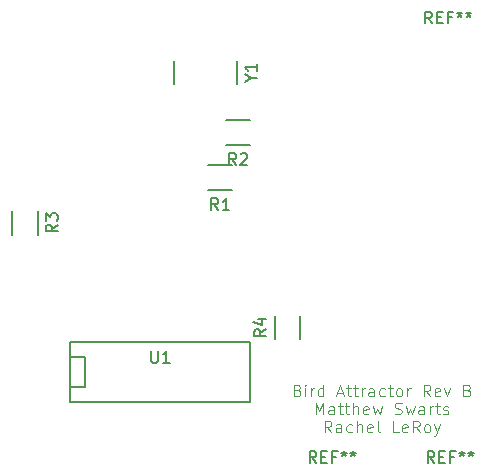
<source format=gbr>
G04 #@! TF.FileFunction,Legend,Top*
%FSLAX46Y46*%
G04 Gerber Fmt 4.6, Leading zero omitted, Abs format (unit mm)*
G04 Created by KiCad (PCBNEW 4.0.1-stable) date 4/16/2016 5:47:09 AM*
%MOMM*%
G01*
G04 APERTURE LIST*
%ADD10C,0.100000*%
%ADD11C,0.125000*%
%ADD12C,0.150000*%
G04 APERTURE END LIST*
D10*
D11*
X170380951Y-120853571D02*
X170523808Y-120901190D01*
X170571427Y-120948810D01*
X170619046Y-121044048D01*
X170619046Y-121186905D01*
X170571427Y-121282143D01*
X170523808Y-121329762D01*
X170428570Y-121377381D01*
X170047617Y-121377381D01*
X170047617Y-120377381D01*
X170380951Y-120377381D01*
X170476189Y-120425000D01*
X170523808Y-120472619D01*
X170571427Y-120567857D01*
X170571427Y-120663095D01*
X170523808Y-120758333D01*
X170476189Y-120805952D01*
X170380951Y-120853571D01*
X170047617Y-120853571D01*
X171047617Y-121377381D02*
X171047617Y-120710714D01*
X171047617Y-120377381D02*
X170999998Y-120425000D01*
X171047617Y-120472619D01*
X171095236Y-120425000D01*
X171047617Y-120377381D01*
X171047617Y-120472619D01*
X171523807Y-121377381D02*
X171523807Y-120710714D01*
X171523807Y-120901190D02*
X171571426Y-120805952D01*
X171619045Y-120758333D01*
X171714283Y-120710714D01*
X171809522Y-120710714D01*
X172571427Y-121377381D02*
X172571427Y-120377381D01*
X172571427Y-121329762D02*
X172476189Y-121377381D01*
X172285712Y-121377381D01*
X172190474Y-121329762D01*
X172142855Y-121282143D01*
X172095236Y-121186905D01*
X172095236Y-120901190D01*
X172142855Y-120805952D01*
X172190474Y-120758333D01*
X172285712Y-120710714D01*
X172476189Y-120710714D01*
X172571427Y-120758333D01*
X173761903Y-121091667D02*
X174238094Y-121091667D01*
X173666665Y-121377381D02*
X173999998Y-120377381D01*
X174333332Y-121377381D01*
X174523808Y-120710714D02*
X174904760Y-120710714D01*
X174666665Y-120377381D02*
X174666665Y-121234524D01*
X174714284Y-121329762D01*
X174809522Y-121377381D01*
X174904760Y-121377381D01*
X175095237Y-120710714D02*
X175476189Y-120710714D01*
X175238094Y-120377381D02*
X175238094Y-121234524D01*
X175285713Y-121329762D01*
X175380951Y-121377381D01*
X175476189Y-121377381D01*
X175809523Y-121377381D02*
X175809523Y-120710714D01*
X175809523Y-120901190D02*
X175857142Y-120805952D01*
X175904761Y-120758333D01*
X175999999Y-120710714D01*
X176095238Y-120710714D01*
X176857143Y-121377381D02*
X176857143Y-120853571D01*
X176809524Y-120758333D01*
X176714286Y-120710714D01*
X176523809Y-120710714D01*
X176428571Y-120758333D01*
X176857143Y-121329762D02*
X176761905Y-121377381D01*
X176523809Y-121377381D01*
X176428571Y-121329762D01*
X176380952Y-121234524D01*
X176380952Y-121139286D01*
X176428571Y-121044048D01*
X176523809Y-120996429D01*
X176761905Y-120996429D01*
X176857143Y-120948810D01*
X177761905Y-121329762D02*
X177666667Y-121377381D01*
X177476190Y-121377381D01*
X177380952Y-121329762D01*
X177333333Y-121282143D01*
X177285714Y-121186905D01*
X177285714Y-120901190D01*
X177333333Y-120805952D01*
X177380952Y-120758333D01*
X177476190Y-120710714D01*
X177666667Y-120710714D01*
X177761905Y-120758333D01*
X178047619Y-120710714D02*
X178428571Y-120710714D01*
X178190476Y-120377381D02*
X178190476Y-121234524D01*
X178238095Y-121329762D01*
X178333333Y-121377381D01*
X178428571Y-121377381D01*
X178904762Y-121377381D02*
X178809524Y-121329762D01*
X178761905Y-121282143D01*
X178714286Y-121186905D01*
X178714286Y-120901190D01*
X178761905Y-120805952D01*
X178809524Y-120758333D01*
X178904762Y-120710714D01*
X179047620Y-120710714D01*
X179142858Y-120758333D01*
X179190477Y-120805952D01*
X179238096Y-120901190D01*
X179238096Y-121186905D01*
X179190477Y-121282143D01*
X179142858Y-121329762D01*
X179047620Y-121377381D01*
X178904762Y-121377381D01*
X179666667Y-121377381D02*
X179666667Y-120710714D01*
X179666667Y-120901190D02*
X179714286Y-120805952D01*
X179761905Y-120758333D01*
X179857143Y-120710714D01*
X179952382Y-120710714D01*
X181619049Y-121377381D02*
X181285715Y-120901190D01*
X181047620Y-121377381D02*
X181047620Y-120377381D01*
X181428573Y-120377381D01*
X181523811Y-120425000D01*
X181571430Y-120472619D01*
X181619049Y-120567857D01*
X181619049Y-120710714D01*
X181571430Y-120805952D01*
X181523811Y-120853571D01*
X181428573Y-120901190D01*
X181047620Y-120901190D01*
X182428573Y-121329762D02*
X182333335Y-121377381D01*
X182142858Y-121377381D01*
X182047620Y-121329762D01*
X182000001Y-121234524D01*
X182000001Y-120853571D01*
X182047620Y-120758333D01*
X182142858Y-120710714D01*
X182333335Y-120710714D01*
X182428573Y-120758333D01*
X182476192Y-120853571D01*
X182476192Y-120948810D01*
X182000001Y-121044048D01*
X182809525Y-120710714D02*
X183047620Y-121377381D01*
X183285716Y-120710714D01*
X184761907Y-120853571D02*
X184904764Y-120901190D01*
X184952383Y-120948810D01*
X185000002Y-121044048D01*
X185000002Y-121186905D01*
X184952383Y-121282143D01*
X184904764Y-121329762D01*
X184809526Y-121377381D01*
X184428573Y-121377381D01*
X184428573Y-120377381D01*
X184761907Y-120377381D01*
X184857145Y-120425000D01*
X184904764Y-120472619D01*
X184952383Y-120567857D01*
X184952383Y-120663095D01*
X184904764Y-120758333D01*
X184857145Y-120805952D01*
X184761907Y-120853571D01*
X184428573Y-120853571D01*
X171904761Y-122902381D02*
X171904761Y-121902381D01*
X172238095Y-122616667D01*
X172571428Y-121902381D01*
X172571428Y-122902381D01*
X173476190Y-122902381D02*
X173476190Y-122378571D01*
X173428571Y-122283333D01*
X173333333Y-122235714D01*
X173142856Y-122235714D01*
X173047618Y-122283333D01*
X173476190Y-122854762D02*
X173380952Y-122902381D01*
X173142856Y-122902381D01*
X173047618Y-122854762D01*
X172999999Y-122759524D01*
X172999999Y-122664286D01*
X173047618Y-122569048D01*
X173142856Y-122521429D01*
X173380952Y-122521429D01*
X173476190Y-122473810D01*
X173809523Y-122235714D02*
X174190475Y-122235714D01*
X173952380Y-121902381D02*
X173952380Y-122759524D01*
X173999999Y-122854762D01*
X174095237Y-122902381D01*
X174190475Y-122902381D01*
X174380952Y-122235714D02*
X174761904Y-122235714D01*
X174523809Y-121902381D02*
X174523809Y-122759524D01*
X174571428Y-122854762D01*
X174666666Y-122902381D01*
X174761904Y-122902381D01*
X175095238Y-122902381D02*
X175095238Y-121902381D01*
X175523810Y-122902381D02*
X175523810Y-122378571D01*
X175476191Y-122283333D01*
X175380953Y-122235714D01*
X175238095Y-122235714D01*
X175142857Y-122283333D01*
X175095238Y-122330952D01*
X176380953Y-122854762D02*
X176285715Y-122902381D01*
X176095238Y-122902381D01*
X176000000Y-122854762D01*
X175952381Y-122759524D01*
X175952381Y-122378571D01*
X176000000Y-122283333D01*
X176095238Y-122235714D01*
X176285715Y-122235714D01*
X176380953Y-122283333D01*
X176428572Y-122378571D01*
X176428572Y-122473810D01*
X175952381Y-122569048D01*
X176761905Y-122235714D02*
X176952381Y-122902381D01*
X177142858Y-122426190D01*
X177333334Y-122902381D01*
X177523810Y-122235714D01*
X178619048Y-122854762D02*
X178761905Y-122902381D01*
X179000001Y-122902381D01*
X179095239Y-122854762D01*
X179142858Y-122807143D01*
X179190477Y-122711905D01*
X179190477Y-122616667D01*
X179142858Y-122521429D01*
X179095239Y-122473810D01*
X179000001Y-122426190D01*
X178809524Y-122378571D01*
X178714286Y-122330952D01*
X178666667Y-122283333D01*
X178619048Y-122188095D01*
X178619048Y-122092857D01*
X178666667Y-121997619D01*
X178714286Y-121950000D01*
X178809524Y-121902381D01*
X179047620Y-121902381D01*
X179190477Y-121950000D01*
X179523810Y-122235714D02*
X179714286Y-122902381D01*
X179904763Y-122426190D01*
X180095239Y-122902381D01*
X180285715Y-122235714D01*
X181095239Y-122902381D02*
X181095239Y-122378571D01*
X181047620Y-122283333D01*
X180952382Y-122235714D01*
X180761905Y-122235714D01*
X180666667Y-122283333D01*
X181095239Y-122854762D02*
X181000001Y-122902381D01*
X180761905Y-122902381D01*
X180666667Y-122854762D01*
X180619048Y-122759524D01*
X180619048Y-122664286D01*
X180666667Y-122569048D01*
X180761905Y-122521429D01*
X181000001Y-122521429D01*
X181095239Y-122473810D01*
X181571429Y-122902381D02*
X181571429Y-122235714D01*
X181571429Y-122426190D02*
X181619048Y-122330952D01*
X181666667Y-122283333D01*
X181761905Y-122235714D01*
X181857144Y-122235714D01*
X182047620Y-122235714D02*
X182428572Y-122235714D01*
X182190477Y-121902381D02*
X182190477Y-122759524D01*
X182238096Y-122854762D01*
X182333334Y-122902381D01*
X182428572Y-122902381D01*
X182714287Y-122854762D02*
X182809525Y-122902381D01*
X183000001Y-122902381D01*
X183095240Y-122854762D01*
X183142859Y-122759524D01*
X183142859Y-122711905D01*
X183095240Y-122616667D01*
X183000001Y-122569048D01*
X182857144Y-122569048D01*
X182761906Y-122521429D01*
X182714287Y-122426190D01*
X182714287Y-122378571D01*
X182761906Y-122283333D01*
X182857144Y-122235714D01*
X183000001Y-122235714D01*
X183095240Y-122283333D01*
X173238095Y-124427381D02*
X172904761Y-123951190D01*
X172666666Y-124427381D02*
X172666666Y-123427381D01*
X173047619Y-123427381D01*
X173142857Y-123475000D01*
X173190476Y-123522619D01*
X173238095Y-123617857D01*
X173238095Y-123760714D01*
X173190476Y-123855952D01*
X173142857Y-123903571D01*
X173047619Y-123951190D01*
X172666666Y-123951190D01*
X174095238Y-124427381D02*
X174095238Y-123903571D01*
X174047619Y-123808333D01*
X173952381Y-123760714D01*
X173761904Y-123760714D01*
X173666666Y-123808333D01*
X174095238Y-124379762D02*
X174000000Y-124427381D01*
X173761904Y-124427381D01*
X173666666Y-124379762D01*
X173619047Y-124284524D01*
X173619047Y-124189286D01*
X173666666Y-124094048D01*
X173761904Y-124046429D01*
X174000000Y-124046429D01*
X174095238Y-123998810D01*
X175000000Y-124379762D02*
X174904762Y-124427381D01*
X174714285Y-124427381D01*
X174619047Y-124379762D01*
X174571428Y-124332143D01*
X174523809Y-124236905D01*
X174523809Y-123951190D01*
X174571428Y-123855952D01*
X174619047Y-123808333D01*
X174714285Y-123760714D01*
X174904762Y-123760714D01*
X175000000Y-123808333D01*
X175428571Y-124427381D02*
X175428571Y-123427381D01*
X175857143Y-124427381D02*
X175857143Y-123903571D01*
X175809524Y-123808333D01*
X175714286Y-123760714D01*
X175571428Y-123760714D01*
X175476190Y-123808333D01*
X175428571Y-123855952D01*
X176714286Y-124379762D02*
X176619048Y-124427381D01*
X176428571Y-124427381D01*
X176333333Y-124379762D01*
X176285714Y-124284524D01*
X176285714Y-123903571D01*
X176333333Y-123808333D01*
X176428571Y-123760714D01*
X176619048Y-123760714D01*
X176714286Y-123808333D01*
X176761905Y-123903571D01*
X176761905Y-123998810D01*
X176285714Y-124094048D01*
X177333333Y-124427381D02*
X177238095Y-124379762D01*
X177190476Y-124284524D01*
X177190476Y-123427381D01*
X178952382Y-124427381D02*
X178476191Y-124427381D01*
X178476191Y-123427381D01*
X179666668Y-124379762D02*
X179571430Y-124427381D01*
X179380953Y-124427381D01*
X179285715Y-124379762D01*
X179238096Y-124284524D01*
X179238096Y-123903571D01*
X179285715Y-123808333D01*
X179380953Y-123760714D01*
X179571430Y-123760714D01*
X179666668Y-123808333D01*
X179714287Y-123903571D01*
X179714287Y-123998810D01*
X179238096Y-124094048D01*
X180714287Y-124427381D02*
X180380953Y-123951190D01*
X180142858Y-124427381D02*
X180142858Y-123427381D01*
X180523811Y-123427381D01*
X180619049Y-123475000D01*
X180666668Y-123522619D01*
X180714287Y-123617857D01*
X180714287Y-123760714D01*
X180666668Y-123855952D01*
X180619049Y-123903571D01*
X180523811Y-123951190D01*
X180142858Y-123951190D01*
X181285715Y-124427381D02*
X181190477Y-124379762D01*
X181142858Y-124332143D01*
X181095239Y-124236905D01*
X181095239Y-123951190D01*
X181142858Y-123855952D01*
X181190477Y-123808333D01*
X181285715Y-123760714D01*
X181428573Y-123760714D01*
X181523811Y-123808333D01*
X181571430Y-123855952D01*
X181619049Y-123951190D01*
X181619049Y-124236905D01*
X181571430Y-124332143D01*
X181523811Y-124379762D01*
X181428573Y-124427381D01*
X181285715Y-124427381D01*
X181952382Y-123760714D02*
X182190477Y-124427381D01*
X182428573Y-123760714D02*
X182190477Y-124427381D01*
X182095239Y-124665476D01*
X182047620Y-124713095D01*
X181952382Y-124760714D01*
D12*
X151130000Y-116814600D02*
X166370000Y-116814600D01*
X166370000Y-116814600D02*
X166370000Y-121894600D01*
X166370000Y-121894600D02*
X151130000Y-121894600D01*
X151130000Y-116814600D02*
X151130000Y-121894600D01*
X151130000Y-118084600D02*
X152400000Y-118084600D01*
X152400000Y-118084600D02*
X152400000Y-120624600D01*
X152400000Y-120624600D02*
X151130000Y-120624600D01*
X162830000Y-101769600D02*
X164830000Y-101769600D01*
X164830000Y-103919600D02*
X162830000Y-103919600D01*
X164354000Y-97959600D02*
X166354000Y-97959600D01*
X166354000Y-100109600D02*
X164354000Y-100109600D01*
X146245000Y-107680000D02*
X146245000Y-105680000D01*
X148395000Y-105680000D02*
X148395000Y-107680000D01*
X159885000Y-94904600D02*
X159885000Y-93004600D01*
X165235000Y-93004600D02*
X165235000Y-94904600D01*
X170620000Y-114544600D02*
X170620000Y-116544600D01*
X168470000Y-116544600D02*
X168470000Y-114544600D01*
X157988095Y-117536981D02*
X157988095Y-118346505D01*
X158035714Y-118441743D01*
X158083333Y-118489362D01*
X158178571Y-118536981D01*
X158369048Y-118536981D01*
X158464286Y-118489362D01*
X158511905Y-118441743D01*
X158559524Y-118346505D01*
X158559524Y-117536981D01*
X159559524Y-118536981D02*
X158988095Y-118536981D01*
X159273809Y-118536981D02*
X159273809Y-117536981D01*
X159178571Y-117679838D01*
X159083333Y-117775076D01*
X158988095Y-117822695D01*
X163663334Y-105596981D02*
X163330000Y-105120790D01*
X163091905Y-105596981D02*
X163091905Y-104596981D01*
X163472858Y-104596981D01*
X163568096Y-104644600D01*
X163615715Y-104692219D01*
X163663334Y-104787457D01*
X163663334Y-104930314D01*
X163615715Y-105025552D01*
X163568096Y-105073171D01*
X163472858Y-105120790D01*
X163091905Y-105120790D01*
X164615715Y-105596981D02*
X164044286Y-105596981D01*
X164330000Y-105596981D02*
X164330000Y-104596981D01*
X164234762Y-104739838D01*
X164139524Y-104835076D01*
X164044286Y-104882695D01*
X165187334Y-101786981D02*
X164854000Y-101310790D01*
X164615905Y-101786981D02*
X164615905Y-100786981D01*
X164996858Y-100786981D01*
X165092096Y-100834600D01*
X165139715Y-100882219D01*
X165187334Y-100977457D01*
X165187334Y-101120314D01*
X165139715Y-101215552D01*
X165092096Y-101263171D01*
X164996858Y-101310790D01*
X164615905Y-101310790D01*
X165568286Y-100882219D02*
X165615905Y-100834600D01*
X165711143Y-100786981D01*
X165949239Y-100786981D01*
X166044477Y-100834600D01*
X166092096Y-100882219D01*
X166139715Y-100977457D01*
X166139715Y-101072695D01*
X166092096Y-101215552D01*
X165520667Y-101786981D01*
X166139715Y-101786981D01*
X150072381Y-106846666D02*
X149596190Y-107180000D01*
X150072381Y-107418095D02*
X149072381Y-107418095D01*
X149072381Y-107037142D01*
X149120000Y-106941904D01*
X149167619Y-106894285D01*
X149262857Y-106846666D01*
X149405714Y-106846666D01*
X149500952Y-106894285D01*
X149548571Y-106941904D01*
X149596190Y-107037142D01*
X149596190Y-107418095D01*
X149072381Y-106513333D02*
X149072381Y-105894285D01*
X149453333Y-106227619D01*
X149453333Y-106084761D01*
X149500952Y-105989523D01*
X149548571Y-105941904D01*
X149643810Y-105894285D01*
X149881905Y-105894285D01*
X149977143Y-105941904D01*
X150024762Y-105989523D01*
X150072381Y-106084761D01*
X150072381Y-106370476D01*
X150024762Y-106465714D01*
X149977143Y-106513333D01*
X166436190Y-94430791D02*
X166912381Y-94430791D01*
X165912381Y-94764124D02*
X166436190Y-94430791D01*
X165912381Y-94097457D01*
X166912381Y-93240314D02*
X166912381Y-93811743D01*
X166912381Y-93526029D02*
X165912381Y-93526029D01*
X166055238Y-93621267D01*
X166150476Y-93716505D01*
X166198095Y-93811743D01*
X167697381Y-115711266D02*
X167221190Y-116044600D01*
X167697381Y-116282695D02*
X166697381Y-116282695D01*
X166697381Y-115901742D01*
X166745000Y-115806504D01*
X166792619Y-115758885D01*
X166887857Y-115711266D01*
X167030714Y-115711266D01*
X167125952Y-115758885D01*
X167173571Y-115806504D01*
X167221190Y-115901742D01*
X167221190Y-116282695D01*
X167030714Y-114854123D02*
X167697381Y-114854123D01*
X166649762Y-115092219D02*
X167364048Y-115330314D01*
X167364048Y-114711266D01*
X181966667Y-127002381D02*
X181633333Y-126526190D01*
X181395238Y-127002381D02*
X181395238Y-126002381D01*
X181776191Y-126002381D01*
X181871429Y-126050000D01*
X181919048Y-126097619D01*
X181966667Y-126192857D01*
X181966667Y-126335714D01*
X181919048Y-126430952D01*
X181871429Y-126478571D01*
X181776191Y-126526190D01*
X181395238Y-126526190D01*
X182395238Y-126478571D02*
X182728572Y-126478571D01*
X182871429Y-127002381D02*
X182395238Y-127002381D01*
X182395238Y-126002381D01*
X182871429Y-126002381D01*
X183633334Y-126478571D02*
X183300000Y-126478571D01*
X183300000Y-127002381D02*
X183300000Y-126002381D01*
X183776191Y-126002381D01*
X184300000Y-126002381D02*
X184300000Y-126240476D01*
X184061905Y-126145238D02*
X184300000Y-126240476D01*
X184538096Y-126145238D01*
X184157143Y-126430952D02*
X184300000Y-126240476D01*
X184442858Y-126430952D01*
X185061905Y-126002381D02*
X185061905Y-126240476D01*
X184823810Y-126145238D02*
X185061905Y-126240476D01*
X185300001Y-126145238D01*
X184919048Y-126430952D02*
X185061905Y-126240476D01*
X185204763Y-126430952D01*
X171966667Y-127002381D02*
X171633333Y-126526190D01*
X171395238Y-127002381D02*
X171395238Y-126002381D01*
X171776191Y-126002381D01*
X171871429Y-126050000D01*
X171919048Y-126097619D01*
X171966667Y-126192857D01*
X171966667Y-126335714D01*
X171919048Y-126430952D01*
X171871429Y-126478571D01*
X171776191Y-126526190D01*
X171395238Y-126526190D01*
X172395238Y-126478571D02*
X172728572Y-126478571D01*
X172871429Y-127002381D02*
X172395238Y-127002381D01*
X172395238Y-126002381D01*
X172871429Y-126002381D01*
X173633334Y-126478571D02*
X173300000Y-126478571D01*
X173300000Y-127002381D02*
X173300000Y-126002381D01*
X173776191Y-126002381D01*
X174300000Y-126002381D02*
X174300000Y-126240476D01*
X174061905Y-126145238D02*
X174300000Y-126240476D01*
X174538096Y-126145238D01*
X174157143Y-126430952D02*
X174300000Y-126240476D01*
X174442858Y-126430952D01*
X175061905Y-126002381D02*
X175061905Y-126240476D01*
X174823810Y-126145238D02*
X175061905Y-126240476D01*
X175300001Y-126145238D01*
X174919048Y-126430952D02*
X175061905Y-126240476D01*
X175204763Y-126430952D01*
X181766667Y-89802381D02*
X181433333Y-89326190D01*
X181195238Y-89802381D02*
X181195238Y-88802381D01*
X181576191Y-88802381D01*
X181671429Y-88850000D01*
X181719048Y-88897619D01*
X181766667Y-88992857D01*
X181766667Y-89135714D01*
X181719048Y-89230952D01*
X181671429Y-89278571D01*
X181576191Y-89326190D01*
X181195238Y-89326190D01*
X182195238Y-89278571D02*
X182528572Y-89278571D01*
X182671429Y-89802381D02*
X182195238Y-89802381D01*
X182195238Y-88802381D01*
X182671429Y-88802381D01*
X183433334Y-89278571D02*
X183100000Y-89278571D01*
X183100000Y-89802381D02*
X183100000Y-88802381D01*
X183576191Y-88802381D01*
X184100000Y-88802381D02*
X184100000Y-89040476D01*
X183861905Y-88945238D02*
X184100000Y-89040476D01*
X184338096Y-88945238D01*
X183957143Y-89230952D02*
X184100000Y-89040476D01*
X184242858Y-89230952D01*
X184861905Y-88802381D02*
X184861905Y-89040476D01*
X184623810Y-88945238D02*
X184861905Y-89040476D01*
X185100001Y-88945238D01*
X184719048Y-89230952D02*
X184861905Y-89040476D01*
X185004763Y-89230952D01*
M02*

</source>
